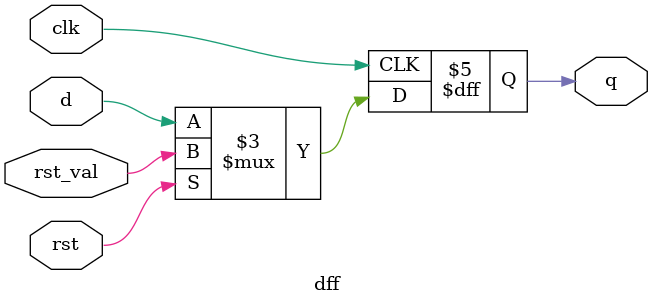
<source format=v>



module paper_ex (
  clk,
  rst);

  input clk;
  input rst;

  wire a;
  wire b;
  wire x;
  wire y;
  wire z;
  wire u;
  wire v;
  wire w;

  design_module dm(
    .clk(clk),
    .rst(rst),
    .a(a),
    .b(b),
    .x(x),
    .y(y),
    .z(z)
  );

  neighboring_module nm(
    .clk(clk),
    .rst(rst),
    .x(x),
    .y(y),
    .z(z),
    .u(u),
    .v(v),
    .w(w)
  );


endmodule

//Paper design module
module design_module (
  clk,
  rst,
  a,
  b,
  x,
  y,
  z);

  input clk;
  input rst;
  input a;
  input b;
  output x;
  output y;
  output z;

  wire c,d,e,f,g,h,i,j,k,l,m;

  inv11 inv_a(
    .a(a),
    .o(c)
  );

  xor21 xor_ab(
    .a(a),
    .b(b),
    .o(d)
  );

  dff f1(
    .clk(clk),
    .rst(rst),
    .rst_val(1'b0),
    .d(c),
    .q(e)
  );

  dff f2(
    .clk(clk),
    .rst(rst),
    .rst_val(1'b1),
    .d(d),
    .q(f)
  );

  and21 and_ef(
    .a(e),
    .b(f),
    .o(g)
  );

  dff f3(
    .clk(clk),
    .rst(rst),
    .rst_val(1'b1),
    .d(e),
    .q(h)
  );

  dff f4(
    .clk(clk),
    .rst(rst),
    .rst_val(1'b0),
    .d(g),
    .q(i)
  );

  dff f5(
    .clk(clk),
    .rst(rst),
    .rst_val(1'b0),
    .d(f),
    .q(j)
  );

  inv11 inv_h(
    .a(h),
    .o(k)
  );

  or21 or_hi(
    .a(h),
    .b(i),
    .o(l)
  );

  or21 or_ij(
    .a(i),
    .b(j),
    .o(m)
  );

  dff f6(
    .clk(clk),
    .rst(rst),
    .rst_val(1'b0),
    .d(k),
    .q(x)
  );

  dff f7(
    .clk(clk),
    .rst(rst),
    .rst_val(1'b1),
    .d(l),
    .q(y)
  );

  dff f8(
    .clk(clk),
    .rst(rst),
    .rst_val(1'b1),
    .d(m),
    .q(z)
  );



endmodule

// Neighboring module from the paper example
module neighboring_module (
  clk,
  rst,
  x,
  y,
  z,
  u,
  v,
  w);

  input clk;
  input rst;
  input x;
  input y;
  input z;

  output u;
  output v;
  output w;

  wire n,o,p;

  xor21 xor_xy(
    .a(x),
    .b(y),
    .o(n)
  );

  or21 or_xz(
    .a(x),
    .b(z),
    .o(o)
  );

  and21 and_yz(
    .a(y),
    .b(z),
    .o(p)
  );

  dff f9(
    .clk(clk),
    .rst(rst),
    .rst_val(1'b0),
    .d(n),
    .q(u)
  );

  dff f10(
    .clk(clk),
    .rst(rst),
    .rst_val(1'b0),
    .d(o),
    .q(v)
  );

  dff f2(
    .clk(clk),
    .rst(rst),
    .rst_val(1'b1),
    .d(p),
    .q(w)
  );


endmodule


//Two input XOR gate
module xor21 (
  a,
  b,
  o);

  input a;
  input b;
  output o;

  assign o = a^b;

endmodule

//Two input OR gate
module or21 (
  a,
  b,
  o);

  input a;
  input b;
  output o;

  assign o = a|b;

endmodule


//Two input AND gate
module and21 (
  a, 
  b,
  o);

  input a;
  input b;
  output o;

  assign o = a&b;

endmodule


//Single input inverter
module inv11 (
  a,
  o);

  input a;
  output o;

  assign o = !a;

endmodule


//Synchronous reset D-FF with selective reset value
module dff (
  clk,
  rst,
  rst_val,
  d,
  q);

  input clk;
  input rst;
  input rst_val;
  input d;
  output reg q;


  always @(posedge clk) begin
    if (rst) begin
      q <= rst_val;
    end else begin
      q <= d;
    end
  end

endmodule





</source>
